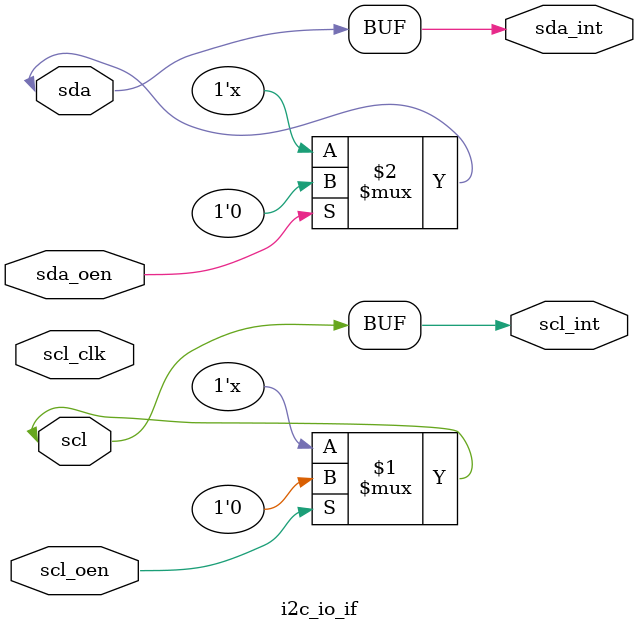
<source format=sv>
module i2c_io_if (
    input  logic scl_clk,
    input  logic scl_oen,
    input  logic sda_oen,
    inout  wire  scl,
    inout  wire  sda,
    output logic scl_int,
    output logic sda_int
);
    assign scl     = scl_oen ? 1'b0 : 1'bz;
    assign sda     = sda_oen ? 1'b0 : 1'bz;
    assign scl_int = scl;
    assign sda_int = sda;
endmodule
</source>
